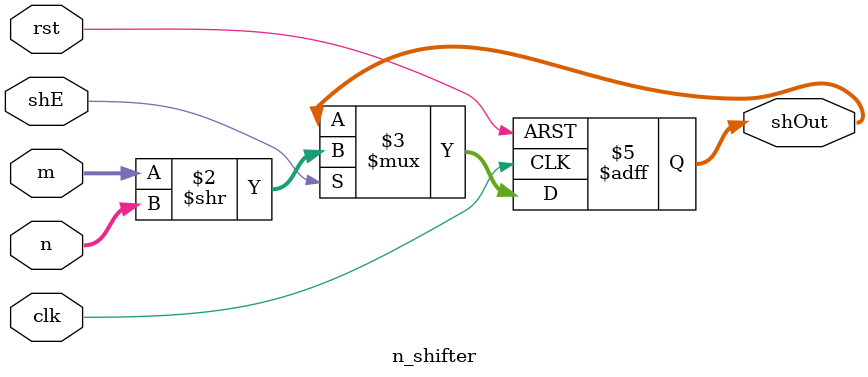
<source format=v>
`timescale 1ns/1ns
module n_shifter(input clk, rst, shE ,input[2:0] n ,input[15:0] m , output reg[15:0] shOut);
  always@(posedge clk, posedge rst)begin
    if (rst) shOut <= 16'b0;
    else if (shE) shOut <= m>>n;
  end
endmodule

</source>
